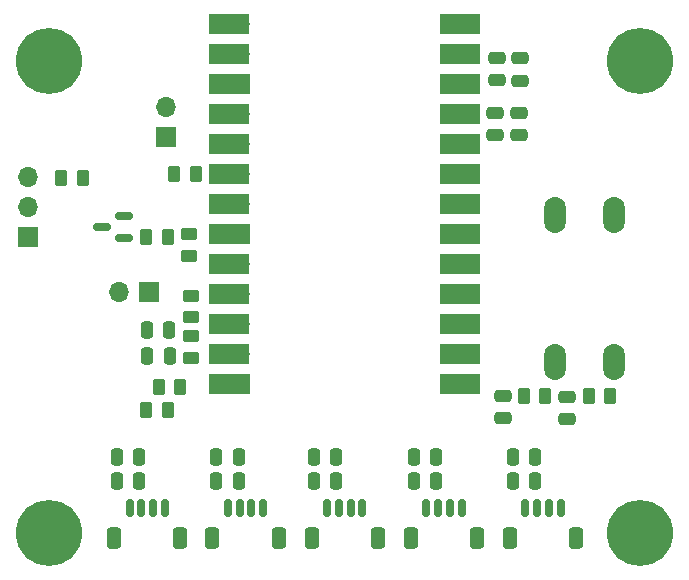
<source format=gbr>
%TF.GenerationSoftware,KiCad,Pcbnew,(6.0.9)*%
%TF.CreationDate,2022-11-23T22:08:25-07:00*%
%TF.ProjectId,AQM,41514d2e-6b69-4636-9164-5f7063625858,rev?*%
%TF.SameCoordinates,Original*%
%TF.FileFunction,Soldermask,Top*%
%TF.FilePolarity,Negative*%
%FSLAX46Y46*%
G04 Gerber Fmt 4.6, Leading zero omitted, Abs format (unit mm)*
G04 Created by KiCad (PCBNEW (6.0.9)) date 2022-11-23 22:08:25*
%MOMM*%
%LPD*%
G01*
G04 APERTURE LIST*
G04 Aperture macros list*
%AMRoundRect*
0 Rectangle with rounded corners*
0 $1 Rounding radius*
0 $2 $3 $4 $5 $6 $7 $8 $9 X,Y pos of 4 corners*
0 Add a 4 corners polygon primitive as box body*
4,1,4,$2,$3,$4,$5,$6,$7,$8,$9,$2,$3,0*
0 Add four circle primitives for the rounded corners*
1,1,$1+$1,$2,$3*
1,1,$1+$1,$4,$5*
1,1,$1+$1,$6,$7*
1,1,$1+$1,$8,$9*
0 Add four rect primitives between the rounded corners*
20,1,$1+$1,$2,$3,$4,$5,0*
20,1,$1+$1,$4,$5,$6,$7,0*
20,1,$1+$1,$6,$7,$8,$9,0*
20,1,$1+$1,$8,$9,$2,$3,0*%
G04 Aperture macros list end*
%ADD10RoundRect,0.250000X0.250000X0.475000X-0.250000X0.475000X-0.250000X-0.475000X0.250000X-0.475000X0*%
%ADD11C,5.600000*%
%ADD12RoundRect,0.250000X0.475000X-0.250000X0.475000X0.250000X-0.475000X0.250000X-0.475000X-0.250000X0*%
%ADD13RoundRect,0.250000X0.350000X0.650000X-0.350000X0.650000X-0.350000X-0.650000X0.350000X-0.650000X0*%
%ADD14RoundRect,0.150000X0.150000X0.625000X-0.150000X0.625000X-0.150000X-0.625000X0.150000X-0.625000X0*%
%ADD15RoundRect,0.250000X-0.262500X-0.450000X0.262500X-0.450000X0.262500X0.450000X-0.262500X0.450000X0*%
%ADD16RoundRect,0.250000X-0.475000X0.250000X-0.475000X-0.250000X0.475000X-0.250000X0.475000X0.250000X0*%
%ADD17O,1.700000X1.700000*%
%ADD18R,3.500000X1.700000*%
%ADD19R,1.700000X1.700000*%
%ADD20RoundRect,0.250000X0.450000X-0.262500X0.450000X0.262500X-0.450000X0.262500X-0.450000X-0.262500X0*%
%ADD21RoundRect,0.250000X0.262500X0.450000X-0.262500X0.450000X-0.262500X-0.450000X0.262500X-0.450000X0*%
%ADD22O,1.850000X3.048000*%
%ADD23RoundRect,0.150000X0.587500X0.150000X-0.587500X0.150000X-0.587500X-0.150000X0.587500X-0.150000X0*%
G04 APERTURE END LIST*
D10*
%TO.C,C17*%
X126941200Y-117252800D03*
X128841200Y-117252800D03*
%TD*%
%TO.C,C7*%
X157888600Y-125812600D03*
X159788600Y-125812600D03*
%TD*%
D11*
%TO.C,H3*%
X168675000Y-132225000D03*
%TD*%
D12*
%TO.C,C1*%
X156425000Y-96625000D03*
X156425000Y-98525000D03*
%TD*%
D13*
%TO.C,J1*%
X157675000Y-132625000D03*
X163275000Y-132625000D03*
D14*
X158975000Y-130100000D03*
X159975000Y-130100000D03*
X160975000Y-130100000D03*
X161975000Y-130100000D03*
%TD*%
D13*
%TO.C,J5*%
X154875000Y-132625000D03*
X149275000Y-132625000D03*
D14*
X150575000Y-130100000D03*
X151575000Y-130100000D03*
X152575000Y-130100000D03*
X153575000Y-130100000D03*
%TD*%
D10*
%TO.C,C10*%
X141038200Y-127793800D03*
X142938200Y-127793800D03*
%TD*%
D15*
%TO.C,R4*%
X128676700Y-121799400D03*
X126851700Y-121799400D03*
%TD*%
D11*
%TO.C,H4*%
X118675000Y-132225000D03*
%TD*%
D13*
%TO.C,J2*%
X146475000Y-132625000D03*
X140875000Y-132625000D03*
D14*
X142175000Y-130100000D03*
X143175000Y-130100000D03*
X144175000Y-130100000D03*
X145175000Y-130100000D03*
%TD*%
D16*
%TO.C,C6*%
X162500000Y-122600000D03*
X162500000Y-120700000D03*
%TD*%
D10*
%TO.C,C11*%
X124375800Y-127793800D03*
X126275800Y-127793800D03*
%TD*%
%TO.C,C18*%
X126925000Y-115025000D03*
X128825000Y-115025000D03*
%TD*%
D13*
%TO.C,J3*%
X129750000Y-132625000D03*
X124150000Y-132625000D03*
D14*
X125450000Y-130100000D03*
X126450000Y-130100000D03*
X127450000Y-130100000D03*
X128450000Y-130100000D03*
%TD*%
D17*
%TO.C,U1*%
X152565000Y-89079400D03*
D18*
X153465000Y-89079400D03*
X153465000Y-91619400D03*
D17*
X152565000Y-91619400D03*
D19*
X152565000Y-94159400D03*
D18*
X153465000Y-94159400D03*
X153465000Y-96699400D03*
D17*
X152565000Y-96699400D03*
D18*
X153465000Y-99239400D03*
D17*
X152565000Y-99239400D03*
X152565000Y-101779400D03*
D18*
X153465000Y-101779400D03*
D17*
X152565000Y-104319400D03*
D18*
X153465000Y-104319400D03*
X153465000Y-106859400D03*
D19*
X152565000Y-106859400D03*
D17*
X152565000Y-109399400D03*
D18*
X153465000Y-109399400D03*
D17*
X152565000Y-111939400D03*
D18*
X153465000Y-111939400D03*
X153465000Y-114479400D03*
D17*
X152565000Y-114479400D03*
X152565000Y-117019400D03*
D18*
X153465000Y-117019400D03*
D19*
X152565000Y-119559400D03*
D18*
X153465000Y-119559400D03*
D19*
X134785000Y-119559400D03*
D18*
X133885000Y-119559400D03*
D17*
X134785000Y-117019400D03*
D18*
X133885000Y-117019400D03*
X133885000Y-114479400D03*
D17*
X134785000Y-114479400D03*
X134785000Y-111939400D03*
D18*
X133885000Y-111939400D03*
X133885000Y-109399400D03*
D17*
X134785000Y-109399400D03*
D19*
X134785000Y-106859400D03*
D18*
X133885000Y-106859400D03*
D17*
X134785000Y-104319400D03*
D18*
X133885000Y-104319400D03*
D17*
X134785000Y-101779400D03*
D18*
X133885000Y-101779400D03*
X133885000Y-99239400D03*
D17*
X134785000Y-99239400D03*
D18*
X133885000Y-96699400D03*
D17*
X134785000Y-96699400D03*
D19*
X134785000Y-94159400D03*
D18*
X133885000Y-94159400D03*
X133885000Y-91619400D03*
D17*
X134785000Y-91619400D03*
X134785000Y-89079400D03*
D18*
X133885000Y-89079400D03*
%TD*%
D20*
%TO.C,R6*%
X130455000Y-106932500D03*
X130455000Y-108757500D03*
%TD*%
D15*
%TO.C,R2*%
X160662500Y-120575000D03*
X158837500Y-120575000D03*
%TD*%
D10*
%TO.C,C14*%
X124375800Y-125812600D03*
X126275800Y-125812600D03*
%TD*%
D12*
%TO.C,C2*%
X158400000Y-96625000D03*
X158400000Y-98525000D03*
%TD*%
D17*
%TO.C,J7*%
X128577400Y-96125400D03*
D19*
X128577400Y-98665400D03*
%TD*%
D11*
%TO.C,H1*%
X118675000Y-92225000D03*
%TD*%
D10*
%TO.C,C12*%
X132808600Y-127793800D03*
X134708600Y-127793800D03*
%TD*%
D13*
%TO.C,J4*%
X138075000Y-132625000D03*
X132475000Y-132625000D03*
D14*
X133775000Y-130100000D03*
X134775000Y-130100000D03*
X135775000Y-130100000D03*
X136775000Y-130100000D03*
%TD*%
D20*
%TO.C,R10*%
X130675000Y-112112500D03*
X130675000Y-113937500D03*
%TD*%
D16*
%TO.C,C5*%
X157100000Y-122500000D03*
X157100000Y-120600000D03*
%TD*%
D11*
%TO.C,H2*%
X168675000Y-92225000D03*
%TD*%
D20*
%TO.C,R9*%
X130634400Y-115578300D03*
X130634400Y-117403300D03*
%TD*%
D10*
%TO.C,C8*%
X141038200Y-125812600D03*
X142938200Y-125812600D03*
%TD*%
%TO.C,C9*%
X157903800Y-127793800D03*
X159803800Y-127793800D03*
%TD*%
D21*
%TO.C,R7*%
X126862500Y-107125000D03*
X128687500Y-107125000D03*
%TD*%
D17*
%TO.C,J8*%
X124585000Y-111850000D03*
D19*
X127125000Y-111850000D03*
%TD*%
D17*
%TO.C,J6*%
X116885000Y-102095000D03*
X116885000Y-104635000D03*
D19*
X116885000Y-107175000D03*
%TD*%
D22*
%TO.C,SW1*%
X161500000Y-105260000D03*
X161500000Y-117760000D03*
X166500000Y-117760000D03*
X166500000Y-105260000D03*
%TD*%
D10*
%TO.C,C13*%
X149521800Y-127793800D03*
X151421800Y-127793800D03*
%TD*%
D21*
%TO.C,R8*%
X119662500Y-102125000D03*
X121487500Y-102125000D03*
%TD*%
D10*
%TO.C,C15*%
X132808600Y-125812600D03*
X134708600Y-125812600D03*
%TD*%
D23*
%TO.C,Q1*%
X123137500Y-106325000D03*
X125012500Y-105375000D03*
X125012500Y-107275000D03*
%TD*%
D15*
%TO.C,R5*%
X129743500Y-119818200D03*
X127918500Y-119818200D03*
%TD*%
D21*
%TO.C,R1*%
X129225000Y-101825000D03*
X131050000Y-101825000D03*
%TD*%
D10*
%TO.C,C16*%
X149521800Y-125793800D03*
X151421800Y-125793800D03*
%TD*%
D16*
%TO.C,C3*%
X156525000Y-93900000D03*
X156525000Y-92000000D03*
%TD*%
D15*
%TO.C,R3*%
X166162500Y-120600000D03*
X164337500Y-120600000D03*
%TD*%
D16*
%TO.C,C4*%
X158525000Y-93905000D03*
X158525000Y-92005000D03*
%TD*%
M02*

</source>
